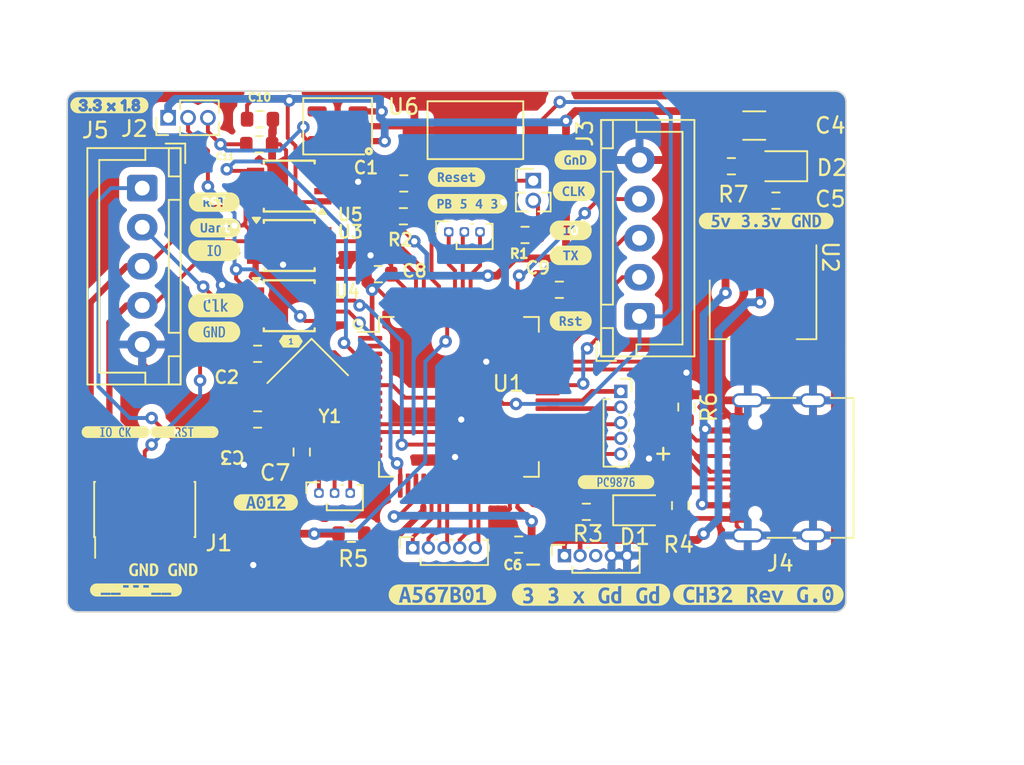
<source format=kicad_pcb>
(kicad_pcb (version 20240108) (generator "pcbnew") (generator_version "8.0")
  (layers (0 "F.Cu" signal) (31 "B.Cu" signal) (34 "B.Paste" user) (35 "F.Paste" user) (36 "B.SilkS" user "B.Silkscreen") (37 "F.SilkS" user "F.Silkscreen") (38 "B.Mask" user) (39 "F.Mask" user) (44 "Edge.Cuts" user))
  (net 0 "")
  (net 1 "+3.3V")
  (net 2 "SWIO_DIR_3V")
  (net 4 "Net-(U1-PF0)")
  (net 5 "Net-(U1-PF1)")
  (net 10 "GND")
  (net 11 "unconnected-(U1-PA0-Pad14)")
  (net 12 "unconnected-(U1-PA1-Pad15)")
  (net 13 "unconnected-(U1-PA2-Pad16)")
  (net 15 "unconnected-(U1-PA5-Pad21)")
  (net 16 "unconnected-(U1-PA6-Pad22)")
  (net 17 "unconnected-(U1-PA7-Pad23)")
  (net 20 "unconnected-(U1-PB0-Pad26)")
  (net 21 "unconnected-(U1-PB1-Pad27)")
  (net 23 "OUT_UART_TX")
  (net 24 "OUT_UART_RX")
  (net 26 "unconnected-(U1-PB15-Pad36)")
  (net 27 "unconnected-(U1-PC6-Pad37)")
  (net 28 "unconnected-(U1-PC7-Pad38)")
  (net 29 "unconnected-(U1-PC8-Pad39)")
  (net 30 "unconnected-(U1-PC9-Pad40)")
  (net 32 "UART_TX")
  (net 34 "D-")
  (net 35 "D+")
  (net 36 "SWDIO")
  (net 37 "SWDCLK")
  (net 43 "unconnected-(U1-PB3-Pad55)")
  (net 44 "unconnected-(U1-PB4-Pad56)")
  (net 45 "unconnected-(U1-PB5-Pad57)")
  (net 46 "INOUT_NRESET")
  (net 47 "OUT_SWDIO")
  (net 48 "OUT_SWDCLK")
  (net 49 "Net-(D1-K)")
  (net 50 "IN_FORCE_DFU")
  (net 52 "Net-(U2-VI)")
  (net 53 "Net-(J4-CC2)")
  (net 54 "Net-(J4-CC1)")
  (net 56 "NRESET")
  (net 62 "Net-(U1-PA4)")
  (net 63 "INOUT_SWO")
  (net 64 "Net-(D2-A)")
  (net 65 "Net-(J2_DFU1-Pin_2)")
  (net 66 "Net-(U1-PB13)")
  (net 68 "OUT_UART_RX_3V")
  (net 69 "INOUT_SWO_3v")
  (net 70 "VTREF")
  (net 71 "OUT_SWDIO_3V")
  (net 73 "OUT_SWDCLK_3V")
  (net 78 "V1.8")
  (footprint "kibuzzard-66C04372" (layer "F.Cu") (at 112.9 97.5)
    (property "Reference" "kibuzzard-66C04372" (hide yes))
    (property "Value" "G***" (hide yes))
  )
  (footprint "Resistor_SMD:R_0603_1608Metric" (layer "F.Cu") (at 117.780025 70.294975)
    (property "Reference" "C11")
    (property "Value" "100n")
  )
  (footprint "Connector_PinHeader_1.27mm:PinHeader_1x03_P1.27mm_Vertical" (layer "F.Cu") (at 111.96 68.6 90)
    (property "Reference" "J2")
    (property "Value" "Conn_01x03_Socket")
  )
  (footprint "kibuzzard-6731071F" (layer "F.Cu") (at 114.905025 82.294975)
    (property "Reference" "kibuzzard-6731071F" (hide yes))
    (property "Value" "G***" (hide yes))
  )
  (footprint "Connector_PinHeader_1.27mm:PinHeader_1x02_P1.27mm_Vertical" (layer "F.Cu") (at 135.305025 72.624975)
    (property "Reference" "J2_DFU1" (hide yes))
    (property "Value" "con2")
  )
  (footprint "kibuzzard-6713DC16" (layer "F.Cu") (at 113 88.7)
    (property "Reference" "kibuzzard-6713DC16" (hide yes))
    (property "Value" "G***" (hide yes))
  )
  (footprint "Resistor_SMD:R_0603_1608Metric" (layer "F.Cu") (at 138.7 93.8 180)
    (property "Reference" "R3")
    (property "Value" "330")
  )
  (footprint "Resistor_SMD:R_0603_1608Metric" (layer "F.Cu") (at 150.825 73.9)
    (property "Reference" "C5")
    (property "Value" "100n")
  )
  (footprint "Connector_PinSocket_1.00mm:PinSocket_1x05_P1.00mm_Vertical" (layer "F.Cu") (at 137.3 96.6 90)
    (property "Reference" "-")
    (property "Value" "PinSocket_1x05_P1.00mm_Vertical")
  )
  (footprint "kibuzzard-6731069B" (layer "F.Cu") (at 115.005025 80.594975)
    (property "Reference" "kibuzzard-6731069B" (hide yes))
    (property "Value" "G***" (hide yes))
  )
  (footprint "Resistor_SMD:R_0603_1608Metric" (layer "F.Cu") (at 134.375 95.9 180)
    (property "Reference" "C6")
    (property "Value" "100n")
  )
  (footprint "Resistor_SMD:R_0603_1608Metric" (layer "F.Cu") (at 134.780025 76.094975 180)
    (property "Reference" "R1")
    (property "Value" "1k")
  )
  (footprint "Button_Switch_SMD:SW_SPST_CK_RS282G05A3" (layer "F.Cu") (at 131.605025 69.394975 180)
    (property "Reference" "RST1" (hide yes))
    (property "Value" "SW_DIP_x01")
  )
  (footprint "Resistor_SMD:R_0603_1608Metric" (layer "F.Cu") (at 120.5 89.975 90)
    (property "Reference" "C7")
    (property "Value" "100n")
  )
  (footprint "kibuzzard-67135D9A" (layer "F.Cu") (at 118.2 93.2)
    (property "Reference" "kibuzzard-67135D9A" (hide yes))
    (property "Value" "G***" (hide yes))
  )
  (footprint "kibuzzard-65C1C8EE" (layer "F.Cu") (at 137.9 73.3)
    (property "Reference" "kibuzzard-65C1C8EE" (hide yes))
    (property "Value" "G***" (hide yes))
  )
  (footprint "Diode_SMD:D_0805_2012Metric" (layer "F.Cu") (at 151.1375 71.7 180)
    (property "Reference" "D2")
    (property "Value" "LED")
  )
  (footprint "Package_TO_SOT_SMD:SOT-223" (layer "F.Cu") (at 150 80.85 -90)
    (property "Reference" "U2")
    (property "Value" "LM1117-3.3")
  )
  (footprint "Package_SO:TSSOP-8_3x3mm_P0.65mm" (layer "F.Cu") (at 119.7 72.969975 180)
    (property "Reference" "U5")
    (property "Value" "VTREF<->3V")
  )
  (footprint "Resistor_SMD:R_0603_1608Metric" (layer "F.Cu") (at 147.975 71.7)
    (property "Reference" "R7")
    (property "Value" "330")
  )
  (footprint "Resistor_SMD:R_0603_1608Metric" (layer "F.Cu") (at 145.1 87.1 -90)
    (property "Reference" "R6")
    (property "Value" "5.1k")
  )
  (footprint "Resistor_SMD:R_0603_1608Metric" (layer "F.Cu") (at 127.025 72.8 180)
    (property "Reference" "C1")
    (property "Value" "100n")
  )
  (footprint "kibuzzard-65C1C9D7" (layer "F.Cu") (at 130.405025 72.4)
    (property "Reference" "kibuzzard-65C1C9D7" (hide yes))
    (property "Value" "G***" (hide yes))
  )
  (footprint "kibuzzard-6713DC2E" (layer "F.Cu") (at 108.6 88.7)
    (property "Reference" "kibuzzard-6713DC2E" (hide yes))
    (property "Value" "G***" (hide yes))
  )
  (footprint "Diode_SMD:D_0805_2012Metric" (layer "F.Cu") (at 142.1 93.7)
    (property "Reference" "D1")
    (property "Value" "LED")
  )
  (footprint "Connector_PinSocket_1.00mm:PinSocket_1x05_P1.00mm_Vertical" (layer "F.Cu") (at 127.6 96.1 90)
    (property "Reference" "PA4567" (hide yes))
    (property "Value" "PinSocket_1x05_P1.00mm_Vertical")
  )
  (footprint "Connector_PinSocket_1.00mm:PinSocket_1x05_P1.00mm_Vertical" (layer "F.Cu") (at 140.9 86.1)
    (property "Reference" "x2" (hide yes))
    (property "Value" "PinSocket_1x05_P1.00mm_Vertical")
  )
  (footprint "Capacitor_SMD:C_1206_3216Metric_Pad1.33x1.80mm_HandSolder" (layer "F.Cu") (at 149.4375 69.1)
    (property "Reference" "C4")
    (property "Value" "100u")
  )
  (footprint "kibuzzard-671361D3" (layer "F.Cu") (at 119.805025 82.894975)
    (property "Reference" "kibuzzard-671361D3" (hide yes))
    (property "Value" "G***" (hide yes))
  )
  (footprint "Connector_PinSocket_1.00mm:PinSocket_1x03_P1.00mm_Vertical" (layer "F.Cu") (at 121.6 92.6 90)
    (property "Reference" "x" (hide yes))
    (property "Value" "PinSocket_1x03_P1.00mm_Vertical")
  )
  (footprint "Resistor_SMD:R_0603_1608Metric" (layer "F.Cu") (at 125.4 78.6)
    (property "Reference" "C8")
    (property "Value" "100n")
  )
  (footprint "kibuzzard-6714FD4B" (layer "F.Cu") (at 139 99.1)
    (property "Reference" "kibuzzard-6714FD4B" (hide yes))
    (property "Value" "G***" (hide yes))
  )
  (footprint "kibuzzard-65C1C972" (layer "F.Cu") (at 137.7 81.6)
    (property "Reference" "kibuzzard-65C1C972" (hide yes))
    (property "Value" "G***" (hide yes))
  )
  (footprint "Package_SO:TSSOP-8_3x3mm_P0.65mm" (layer "F.Cu") (at 119.7 80.619975)
    (property "Reference" "U4")
    (property "Value" "VTREF->3V")
  )
  (footprint "kibuzzard-67135DB6" (layer "F.Cu") (at 109.9 98.8)
    (property "Reference" "kibuzzard-67135DB6" (hide yes))
    (property "Value" "G***" (hide yes))
  )
  (footprint "kibuzzard-65C1C789" (layer "F.Cu") (at 138 71.3)
    (property "Reference" "kibuzzard-65C1C789" (hide yes))
    (property "Value" "G***" (hide yes))
  )
  (footprint "Resistor_SMD:R_0603_1608Metric" (layer "F.Cu") (at 144.7 93.4 90)
    (property "Reference" "R4")
    (property "Value" "5.1k")
  )
  (footprint "Resistor_SMD:R_0603_1608Metric" (layer "F.Cu") (at 127 74.9)
    (property "Reference" "R2")
    (property "Value" "10k")
  )
  (footprint "Resistor_SMD:R_0603_1608Metric" (layer "F.Cu") (at 117.680025 87.894975 180)
    (property "Reference" "C3")
    (property "Value" "22pf")
  )
  (footprint "kibuzzard-67135D50" (layer "F.Cu") (at 150.2 75.2)
    (property "Reference" "kibuzzard-67135D50" (hide yes))
    (property "Value" "G***" (hide yes))
  )
  (footprint "kibuzzard-65C1C918" (layer "F.Cu") (at 137.7 75.8)
    (property "Reference" "kibuzzard-65C1C918" (hide yes))
    (property "Value" "G***" (hide yes))
  )
  (footprint "footprints:Crystal_SMD_TXC_7M-4Pin_3.2x2.5mm_45deg" (layer "F.Cu") (at 120.881802 85.316117 180)
    (property "Reference" "Y1")
    (property "Value" "8Mhz")
  )
  (footprint "Connector_USB:USB_C_Receptacle_Palconn_UTC16-G" (layer "F.Cu") (at 150.95 90.99 90)
    (property "Reference" "J4")
    (property "Value" "USB")
  )
  (footprint "kibuzzard-66C0437E" (layer "F.Cu") (at 110.4 97.5)
    (property "Reference" "kibuzzard-66C0437E" (hide yes))
    (property "Value" "G***" (hide yes))
  )
  (footprint "kibuzzard-6714FD63" (layer "F.Cu") (at 149.7 99.1)
    (property "Reference" "kibuzzard-6714FD63" (hide yes))
    (property "Value" "G***" (hide yes))
  )
  (footprint "kibuzzard-6714FD27" (layer "F.Cu") (at 129.5 99.1)
    (property "Reference" "kibuzzard-6714FD27" (hide yes))
    (property "Value" "G***" (hide yes))
  )
  (footprint "Resistor_SMD:R_0603_1608Metric" (layer "F.Cu") (at 136.975 79.6 180)
    (property "Reference" "C9")
    (property "Value" "100n")
  )
  (footprint "Connector_JST:JST_XH_B5B-XH-A_1x05_P2.50mm_Vertical" (layer "F.Cu") (at 110.3 73.1 -90)
    (property "Reference" "J5")
    (property "Value" "Debug port")
  )
  (footprint "PCM_Package_TO_SOT_SMD_AKL:TSOT-23-5" (layer "F.Cu") (at 122.795025 69.144975 180)
    (property "Reference" "U6")
    (property "Value" "RT9013-33GB" (hide yes))
  )
  (footprint "kibuzzard-67137B7B" (layer "F.Cu") (at 114.977111 75.640397)
    (property "Reference" "kibuzzard-67137B7B" (hide yes))
    (property "Value" "G***" (hide yes))
  )
  (footprint "kibuzzard-65C1C92F" (layer "F.Cu") (at 137.7 77.4)
    (property "Reference" "kibuzzard-65C1C92F" (hide yes))
    (property "Value" "G***" (hide yes))
  )
  (footprint "Resistor_SMD:R_0603_1608Metric" (layer "F.Cu") (at 117.680025 83.694975 180)
    (property "Reference" "C2")
    (property "Value" "22pf")
  )
  (footprint "Resistor_SMD:R_0603_1608Metric" (layer "F.Cu") (at 123.675 95.2)
    (property "Reference" "R5")
    (property "Value" "1k")
  )
  (footprint "Package_QFP:LQFP-64_10x10mm_P0.5mm" (layer "F.Cu") (at 130.55 86.45)
    (property "Reference" "U1")
    (property "Value" "CH32V303RCT6")
  )
  (footprint "kibuzzard-67137B47" (layer "F.Cu") (at 114.905025 73.994975)
    (property "Reference" "kibuzzard-67137B47" (hide yes))
    (property "Value" "G***" (hide yes))
  )
  (footprint "kibuzzard-6713D043" (layer "F.Cu") (at 140.6 91.9)
    (property "Reference" "kibuzzard-6713D043" (hide yes))
    (property "Value" "G***" (hide yes))
  )
  (footprint "kibuzzard-65D8420C" (layer "F.Cu") (at 131.1 74.1)
    (property "Reference" "kibuzzard-65D8420C" (hide yes))
    (property "Value" "G***" (hide yes))
  )
  (footprint "Connector_PinHeader_1.27mm:PinHeader_2x05_P1.27mm_Vertical_SMD" (layer "F.Cu") (at 110.46 93.65 90)
    (property "Reference" "J1")
    (property "Value" "jtag")
  )
  (footprint "Resistor_SMD:R_0603_1608Metric" (layer "F.Cu") (at 117.830025 68.694975)
    (property "Reference" "C10")
    (property "Value" "100n")
  )
  (footprint "Connector_PinSocket_1.00mm:PinSocket_1x03_P1.00mm_Vertical" (layer "F.Cu") (at 129.9 75.9 90)
    (property "Reference" "PB567" (hide yes))
    (property "Value" "PIN1X3")
  )
  (footprint "Connector_JST:JST_XH_B5B-XH-A_1x05_P2.50mm_Vertical" (layer "F.Cu") (at 142.1 81.3 90)
    (property "Reference" "J3")
    (property "Value" "Dbg")
  )
  (footprint "kibuzzard-6714FCCA" (layer "F.Cu") (at 108.2 67.8)
    (property "Reference" "kibuzzard-6714FCCA" (hide yes))
    (property "Value" "G***" (hide yes))
  )
  (footprint "kibuzzard-67310708" (layer "F.Cu") (at 114.905025 77.094975)
    (property "Reference" "kibuzzard-67310708" (hide yes))
    (property "Value" "G***" (hide yes))
  )
  (footprint "Package_SO:TSSOP-8_3x3mm_P0.65mm" (layer "F.Cu") (at 119.7 76.769975)
    (property "Reference" "U3")
    (property "Value" "3V->VTREF")
  )
  (gr_circle (center 124.1 81.8) (end 123.9 81.6) (stroke (width 0.15)) (fill none) (layer "F.SilkS"))
  (gr_line (start 106.205026 100.199999) (end 154.599999 100.199999) (stroke (width 0.1)) (layer "Edge.Cuts"))
  (gr_line (start 105.5 67.594975) (end 105.505026 99.499999) (stroke (width 0.1)) (layer "Edge.Cuts"))
  (gr_arc (start 154.605025 66.894975) (mid 155.1 67.1) (end 155.305025 67.594975) (stroke (width 0.1)) (layer "Edge.Cuts"))
  (gr_line (start 154.605025 66.894975) (end 106.2 66.894975) (stroke (width 0.1)) (layer "Edge.Cuts"))
  (gr_arc (start 106.205026 100.199999) (mid 105.710051 99.994974) (end 105.505026 99.499999) (stroke (width 0.1)) (layer "Edge.Cuts"))
  (gr_arc (start 155.299999 99.499999) (mid 155.094974 99.994974) (end 154.599999 100.199999) (stroke (width 0.1)) (layer "Edge.Cuts"))
  (gr_line (start 155.299999 99.499999) (end 155.305025 67.594975) (stroke (width 0.1)) (layer "Edge.Cuts"))
  (gr_arc (start 105.5 67.594975) (mid 105.705033 67.100008) (end 106.2 66.894975) (stroke (width 0.1)) (layer "Edge.Cuts"))
  (gr_text "+" (at 142.9 90.6 0) (layer "F.SilkS") (effects (font (size 1 1)) (justify left bottom)))
  (segment (start 146.45 69.175) (end 145.45 68.175) (width 0.5) (layer "F.Cu") (net 1))
  (segment (start 119.605025 67.594975) (end 119.605025 69.894975) (width 0.25) (layer "F.Cu") (net 1))
  (segment (start 134.3 93.5) (end 134.3 91.091312) (width 0.25) (layer "F.Cu") (net 1))
  (segment (start 125 82.575) (end 124.875 82.7) (width 0.3) (layer "F.Cu") (net 1))
  (segment (start 121.2 90.8) (end 120.7 90.8) (width 0.25) (layer "F.Cu") (net 1))
  (segment (start 137.8 79.6) (end 137.8 82.164) (width 0.25) (layer "F.Cu") (net 1))
  (segment (start 120.755025 79.644975) (end 120.105025 78.994975) (width 0.25) (layer "F.Cu") (net 1))
  (segment (start 137.4 71.325) (end 137.4 68.8) (width 0.5) (layer "F.Cu") (net 1))
  (segment (start 124.8 78.825) (end 125 79.025) (width 0.3) (layer "F.Cu") (net 1))
  (segment (start 126.175 74.975) (end 127.7 76.5) (width 0.25) (layer "F.Cu") (net 1))
  (segment (start 134.105025 77.594975) (end 133 78.7) (width 0.5) (layer "F.Cu") (net 1))
  (segment (start 137.4 79.2) (end 137.4 71.4925) (width 0.5) (layer "F.Cu") (net 1))
  (segment (start 120.105025 70.394975) (end 120.1 70.4) (width 0.25) (layer "F.Cu") (net 1))
  (segment (start 124.275 78.9) (end 124.575 78.6) (width 0.25) (layer "F.Cu") (net 1))
  (segment (start 134 90.779312) (end 134 90.3) (width 0.25) (layer "F.Cu") (net 1))
  (segment (start 134.105025 77.594975) (end 137.305025 77.594975) (width 0.5) (layer "F.Cu") (net 1))
  (segment (start 133 78.7) (end 132.4 78.7) (width 0.5) (layer "F.Cu") (net 1))
  (segment (start 137.8 82.164) (end 137.267 82.697) (width 0.25) (layer "F.Cu") (net 1))
  (segment (start 119.705025 67.494975) (end 119.605025 67.594975) (width 0.25) (layer "F.Cu") (net 1))
  (segment (start 137.267 82.697) (end 136.231 82.697) (width 0.25) (layer "F.Cu") (net 1))
  (segment (start 145.8 95.6) (end 146.2 95.2) (width 0.5) (layer "F.Cu") (net 1))
  (segment (start 146.45 69.2) (end 147.475 69.2) (width 0.5) (layer "F.Cu") (net 1))
  (segment (start 146.4 72.775) (end 149.6 75.975) (width 0.5) (layer "F.Cu") (net 1))
  (segment (start 126.667764 94.1) (end 126.4 94.1) (width 0.25) (layer "F.Cu") (net 1))
  (segment (start 135.5 95.6) (end 145.8 95.6) (width 0.5) (layer "F.Cu") (net 1))
  (segment (start 137.8 79.6) (end 137.4 79.2) (width 0.5) (layer "F.Cu") (net 1))
  (segment (start 137.4 68.780025) (end 138.005025 68.175) (width 0.5) (layer "F.Cu") (net 1))
  (segment (start 124.105025 70.094975) (end 125.805025 70.094975) (width 0.4) (layer "F.Cu") (net 1))
  (segment (start 117.005025 67.794975) (end 117.305025 67.494975) (width 0.25) (layer "F.Cu") (net 1))
  (segment (start 146.4 71.7) (end 147.15 71.7) (width 0.5) (layer "F.Cu") (net 1))
  (segment (start 126.8 80.775) (end 126.575 80.775) (width 0.25) (layer "F.Cu") (net 1))
  (segment (start 148.2 74.575) (end 148.875 73.9) (width 0.25) (layer "F.Cu") (net 1))
  (segment (start 120.1 73.994975) (end 121.302512 73.994975) (width 0.25) (layer "F.Cu") (net 1))
  (segment (start 146.4 71.7) (end 146.4 69.15) (width 0.5) (layer "F.Cu") (net 1))
  (segment (start 135.2 95.9) (end 135.5 95.6) (width 0.5) (layer "F.Cu") (net 1))
  (segment (start 148.875 73.9) (end 150 73.9) (width 0.25) (layer "F.Cu") (net 1))
  (segment (start 125.605025 68.194975) (end 124.105025 68.194975) (width 0.4) (layer "F.Cu") (net 1))
  (segment (start 134.306 91.085312) (end 134 90.779312) (width 0.25) (layer "F.Cu") (net 1))
  (segment (start 125 79.6) (end 124.575 79.175) (width 0.5) (layer "F.Cu") (net 1))
  (segment (start 132.372 88.697) (end 124.881 88.697) (width 0.25) (layer "F.Cu") (net 1))
  (segment (start 120.1 79) (end 120.2 78.9) (width 0.25) (layer "F.Cu") (net 1))
  (segment (start 124.575 79.175) (end 124.575 78.6) (width 0.5) (layer "F.Cu") (net 1))
  (segment (start 127.8 92.125) (end 127.8 92.967764) (width 0.25) (layer "F.Cu") (net 1))
  (segment (start 123.3 88.7) (end 121.2 90.8) (width 0.25) (layer "F.Cu") (net 1))
  (segment (start 149.8 80.4) (end 149.8 77.9) (width 0.5) (layer "F.Cu") (net 1))
  (segment (start 126.575 80.775) (end 124.825 79.025) (width 0.25) (layer "F.Cu") (net 1))
  (segment (start 121.85 79.644975) (end 120.755025 79.644975) (width 0.25) (layer "F.Cu") (net 1))
  (segment (start 137.41 71.425) (end 137.435 71.4) (width 0.25) (layer "F.Cu") (net 1))
  (segment (start 138.3 96.7) (end 138.3 95.902) (width 0.3) (layer "F.Cu") (net 1))
  (segment (start 127.8 92.967764) (end 126.667764 94.1) (width 0.25) (layer "F.Cu") (net 1))
  (segment (start 125 79.025) (end 125 82.575) (width 0.3) (layer "F.Cu") (net 1))
  (segment (start 120.2 78.9) (end 124.275 78.9) (width 0.25) (layer "F.Cu") (net 1))
  (segment (start 117.005025 68.694975) (end 117.005025 67.794975) (width 0.25) (layer "F.Cu") (net 1))
  (segment (start 120.1 70.4) (end 120.1 79) (width 0.25) (layer "F.Cu") (net 1))
  (segment (start 133.975 90.3) (end 132.372 88.697) (width 0.25) (layer "F.Cu") (net 1))
  (segment (start 145.45 68.175) (end 138.005025 68.175) (width 0.5) (layer "F.Cu") (net 1))
  (segment (start 124.825 79.025) (end 124.825 78.8) (width 0.25) (layer "F.Cu") (net 1))
  (segment (start 137.3 96.7) (end 137.3 95.8) (width 0.3) (layer "F.Cu") (net 1))
  (segment (start 117.305025 67.494975) (end 119.705025 67.494975) (width 0.25) (layer "F.Cu") (net 1))
  (segment (start 143 95.802) (end 143 93.7375) (width 0.25) (layer "F.Cu") (net 1))
  (segment (start 146.4 69.15) (end 146.45 69.2) (width 0.5) (layer "F.Cu") (net 1))
  (segment (start 137.3 95.8) (end 137.1 95.6) (width 0.4) (layer "F.Cu") (net 1))
  (segment (start 149.6 75.975) (end 149.6 76.9) (width 0.5) (layer "F.Cu") (net 1))
  (segment (start 134.306 93.506) (end 134.3 93.5) (width 0.3) (layer "F.Cu") (net 1))
  (segment (start 146.4 71.675) (end 146.4 72.775) (width 0.5) (layer "F.Cu") (net 1))
  (segment (start 135.2 94.4) (end 134.306 93.506) (width 0.3) (layer "F.Cu") (net 1))
  (segment (start 135.2 94.4) (end 135.2 95.9) (width 0.5) (layer "F.Cu") (net 1))
  (segment (start 119.605025 69.894975) (end 120.105025 70.394975) (width 0.25) (layer "F.Cu") (net 1))
  (segment (start 137.4 68.8) (end 137.4 68.780025) (width 0.5) (layer "F.Cu") (net 1))
  (segment (start 121.852512 75.794975) (end 120.157537 75.794975) (width 0.25) (layer "F.Cu") (net 1))
  (segment (start 124.875 88.7) (end 123.3 88.7) (width 0.25) (layer "F.Cu") (net 1))
  (via (at 119.705025 67.494975) (size 0.8) (drill 0.4) (layers "F.Cu" "B.Cu") (net 1))
  (via (at 126.4 94.1) (size 0.8) (drill 0.4) (layers "F.Cu" "B.Cu") (net 1))
  (via (at 149.8 80.4) (size 0.8) (drill 0.4) (layers "F.Cu" "B.Cu") (net 1))
  (via (at 125.805025 70.094975) (size 0.8) (drill 0.4) (layers "F.Cu" "B.Cu") (net 1))
  (via (at 137.4 68.8) (size 0.8) (drill 0.4) (layers "F.Cu" "B.Cu") (net 1))
  (via (at 146.2 95.2) (size 0.8) (drill 0.4) (layers "F.Cu" "B.Cu") (net 1))
  (via (at 125.605025 68.194975) (size 0.8) (drill 0.4) (layers "F.Cu" "B.Cu") (net 1))
  (via (at 127.7 76.5) (size 0.8) (drill 0.4) (layers "F.Cu" "B.Cu") (net 1))
  (via (at 125 79.6) (size 0.8) (drill 0.4) (layers "F.Cu" "B.Cu") (net 1))
  (via (at 135.2 94.4) (size 0.8) (drill 0.4) (layers "F.Cu" "B.Cu") (net 1))
  (via (at 132.4 78.7) (size 0.8) (drill 0.4) (layers "F.Cu" "B.Cu") (net 1))
  (segment (start 125.805025 68.894975) (end 125.505025 68.594975) (width 0.5) (layer "B.Cu") (net 1))
  (segment (start 128.5 77.3) (end 127.7 76.5) (width 0.3) (layer "B.Cu") (net 1))
  (segment (start 147.15 94.25) (end 147.15 82.25) (width 0.5) (layer "B.Cu") (net 1))
  (segment (start 137.305025 68.894975) (end 125.805025 68.894975) (width 0.5) (layer "B.Cu") (net 1))
  (segment (start 149 80.4) (end 149.8 80.4) (width 0.5) (layer "B.Cu") (net 1))
  (segment (start 126.4 94.1) (end 126.45 94.05) (width 0.5) (layer "B.Cu") (net 1))
  (segment (start 128.5 78.7) (end 128.5 77.3) (width 0.3) (layer "B.Cu") (net 1))
  (segment (start 112.405025 67.394975) (end 111.96 67.84) (width 0.5) (layer "B.Cu") (net 1))
  (segment (start 147.15 82.25) (end 149 80.4) (width 0.5) (layer "B.Cu") (net 1))
  (segment (start 137.4 68.8) (end 137.305025 68.894975) (width 0.5) (layer "B.Cu") (net 1))
  (segment (start 125.505025 68.594975) (end 125.505025 67.394975) (width 0.5) (layer "B.Cu") (net 1))
  (segment (start 111.96 67.84) (end 111.96 68.6) (width 0.5) (layer "B.Cu") (net 1))
  (segment (start 134.85 94.05) (end 135.2 94.4) (width 0.5) (layer "B.Cu") (net 1))
  (segment (start 126.45 94.05) (end 134.85 94.05) (width 0.5) (layer "B.Cu") (net 1))
  (segment (start 125 79.6) (end 125.9 78.7) (width 0.5) (layer "B.Cu") (net 1))
  (segment (start 146.2 95.2) (end 147.15 94.25) (width 0.5) (layer "B.Cu") (net 1))
  (segment (start 112.405025 67.394975) (end 125.505025 67.394975) (width 0.5) (layer "B.Cu") (net 1))
  (segment (start 125.805025 68.894975) (end 125.805025 70.094975) (width 0.5) (layer "B.Cu") (net 1))
  (segment (start 125.9 78.7) (end 132.4 78.7) (width 0.5) (layer "B.Cu") (net 1))
  (segment (start 124.875 83.7) (end 123.91005 83.7) (width 0.25) (layer "F.Cu") (net 2))
  (segment (start 115.705025 71.994975) (end 117.45 71.994975) (width 0.25) (layer "F.Cu") (net 2))
  (segment (start 123.91005 83.7) (end 123.205025 82.994975) (width 0.25) (layer "F.Cu") (net 2))
  (via (at 123.205025 82.994975) (size 0.8) (drill 0.4) (layers "F.Cu" "B.Cu") (net 2))
  (via (at 115.705025 71.894975) (size 0.8) (drill 0.4) (layers "F.Cu" "B.Cu") (net 2))
  (segment (start 123.2 83) (end 123.325 82.875) (width 0.25) (layer "B.Cu") (net 2))
  (segment (start 118.905025 71.394975) (end 116.205025 71.394975) (width 0.25) (layer "B.Cu") (net 2))
  (segment (start 123.325 75.81495) (end 118.905025 71.394975) (width 0.25) (layer "B.Cu") (net 2))
  (segment (start 123.325 82.875) (end 123.325 75.81495) (width 0.25) (layer "B.Cu") (net 2))
  (segment (start 116.205025 71.394975) (end 115.705025 71.894975) (width 0.25) (layer "B.Cu") (net 2))
  (segment (start 118.505025 83.694975) (end 120.816295 83.694975) (width 0.25) (layer "F.Cu") (net 4))
  (segment (start 123.71005 84.7) (end 122.605025 83.594975) (width 0.25) (layer "F.Cu") (net 4))
  (segment (start 124.875 84.7) (end 123.71005 84.7) (width 0.25) (layer "F.Cu") (net 4))
  (segment (start 122.605025 83.594975) (end 121.400863 83.594975) (width 0.25) (layer "F.Cu") (net 4))
  (segment (start 122.537261 86.694975) (end 120.705025 86.694975) (width 0.25) (layer "F.Cu") (net 5))
  (segment (start 119.505025 87.894975) (end 120.705025 86.694975) (width 0.25) (layer "F.Cu") (net 5))
  (segment (start 124.875 85.2) (end 124.032236 85.2) (width 0.25) (layer "F.Cu") (net 5))
  (segment (start 124.032236 85.2) (end 122.537261 86.694975) (width 0.25) (layer "F.Cu") (net 5))
  (segment (start 118.505025 87.894975) (end 119.505025 87.894975) (width 0.25) (layer "F.Cu") (net 5))
  (segment (start 133.955025 76.094975) (end 133.955025 74.555025) (width 0.25) (layer "F.Cu") (net 10))
  (segment (start 136.15 79.6) (end 135.3 80.45) (width 0.25) (layer "F.Cu") (net 10))
  (segment (start 115.4 98) (end 111.16 98) (width 0.5) (layer "F.Cu") (net 10))
  (segment (start 119.105025 77.794975) (end 119.305025 77.994975) (width 0.25) (layer "F.Cu") (net 10))
  (segment (start 133.9 82.6) (end 132.3 84.2) (width 0.5) (layer "F.Cu") (net 10))
  (segment (start 127.3 79.7) (end 126.4 78.8) (width 0.25) (layer "F.Cu") (net 10))
  (segment (start 133.806 92.122) (end 133.806 93.594) (width 0.25) (layer "F.Cu") (net 10))
  (segment (start 151.45 69.2) (end 152.4 69.2) (width 0.5) (layer "F.Cu") (net 10))
  (segment (start 117.4 97.2) (end 117.4 97.8) (width 0.5) (layer "F.Cu") (net 10))
  (segment (start 117.780025 77.794975) (end 119.105025 77.794975) (width 0.25) (layer "F.Cu") (net 10))
  (segment (start 153.11 86.66) (end 154.56 86.66) (width 0.25) (layer "F.Cu") (net 10))
  (segment (start 141.3 97.956) (end 141.344 98) (width 0.5) (layer "F.Cu") (net 10))
  (segment (start 115.605025 89.694975) (end 116.705025 90.794975) (width 0.5) (layer "F.Cu") (net 10))
  (segment (start 145.288 71.628) (end 145.288 84.712) (width 0.5) (layer "F.Cu") (net 10))
  (segment (start 116.855025 87.894975) (end 116.855025 90.844975) (width 0.5) (layer "F.Cu") (net 10))
  (segment (start 141.3 96.6) (end 141.3 97.956) (width 0.5) (layer "F.Cu") (net 10))
  (segment (start 110.3 83.54978) (end 110.3 84.4) (width 0.5) (layer "F.Cu") (net 10))
  (segment (start 119.670102 85.325736) (end 122.074264 85.325736) (width 0.25) (layer "F.Cu") (net 10))
  (segment (start 125.605025 77.394975) (end 126.225 78.01495) (width 0.25) (layer "F.Cu") (net 10))
  (segment (start 124.21005 72.8) (end 126.2 72.8) (width 0.25) (layer "F.Cu") (net 10))
  (segment (start 116.855025 85.594975) (end 116.957106 85.492894) (width 0.5) (layer "F.Cu") (net 10))
  (segment (start 148.31 94.18) (end 148.31 94.7) (width 0.25) (layer "F.Cu") (net 10))
  (segment (start 119.5 78.18995) (end 119.5 82.3) (width 0.25) (layer "F.Cu") (net 10))
  (segment (start 144.96 71.3) (end 145.288 71.628) (width 0.5) (layer "F.Cu") (net 10))
  (segment (start 148.31 87.78) (end 148.31 87.26) (width 0.25) (layer "F.Cu") (net 10))
  (segment (start 133.1 94.3) (end 133.1 98) (width 0.3) (layer "F.Cu") (net 10))
  (segment (start 145.225 85.025) (end 145.1 84.9) (width 0.25) (layer "F.Cu") (net 10))
  (segment (start 154.6 96.9) (end 154.6 95.3) (width 0.5) (layer "F.Cu") (net 10))
  (segment (start 118.655025 68.694975) (end 118.655025 70.244975) (width 0.25) (layer "F.Cu") (net 10))
  (segment (start 119.305025 77.994975) (end 119.5 78.18995) (width 0.25) (layer "F.Cu") (net 10))
  (segment (start 130.7 87.9) (end 130.4 88.2) (width 0.25) (layer "F.Cu") (net 10))
  (segment (start 124.894975 77.394975) (end 124.9 77.4) (width 0.25) (layer "F.Cu") (net 10))
  (segment (start 141.344 98) (end 153.5 98) (width 0.5) (layer "F.Cu") (net 10))
  (segment (start 142.1 71.3) (end 144.96 71.3) (width 0.5) (layer "F.Cu") (net 10))
  (segment (start 134.2 82.3) (end 134.6 82.3) (width 0.5) (layer "F.Cu") (net 10))
  (segment (start 154.6 95.3) (end 153.11 95.3) (width 0.5) (layer "F.Cu") (net 10))
  (segment (start 133.955025 74.555025) (end 133.4 74) (width 0.25) (layer "F.Cu") (net 10))
  (segment (start 122.168629 89.194975) (end 123.163604 88.2) (width 0.25) (layer "F.Cu") (net 10))
  (segment (start 154.6 84.2) (end 154.6 86.7) (width 0.5) (layer "F.Cu") (net 10))
  (segment (start 134.5 83.2) (end 136.225 83.2) (width 0.25) (layer "F.Cu") (net 10))
  (segment (start 113.5 98) (end 141.256 98) (width 0.5) (layer "F.Cu") (net 10))
  (segment (start 119.105025 82.694975) (end 117.105025 82.694975) (width 0.5) (layer "F.Cu") (net 10))
  (segment (start 152.5 71.7) (end 153.3 71.7) (width 0.4) (layer "F.Cu") (net 10))
  (segment (start 154.56 86.66) (end 154.6 86.7) (width 0.25) (layer "F.Cu") (net 10))
  (segment (start 116.855025 85.594975) (end 116.855025 87.894975) (width 0.5) (layer "F.Cu") (net 10))
  (segment (start 126.225 78.01495) (end 126.225 78.6) (width 0.25) (layer "F.Cu") (net 10))
  (segment (start 145.1 86.15) (end 145.1 85.15) (width 0.5) (layer "F.Cu") (net 10))
  (segment (start 127.3 80.775) (end 127.3 82.225) (width 0.25) (layer "F.Cu") (net 10))
  (segment (start 126.2 71.7) (end 127.705025 70.194975) (width 0.25) (layer "F.Cu") (net 10))
  (segment (start 130.4 88.2) (end 124.875 88.2) (width 0.25) (layer "F.Cu") (net 10))
  (segment (start 123.105025 77.394975) (end 124.894975 77.394975) (width 0.25) (layer "F.Cu") (net 10))
  (segment (start 152.4 69.2) (end 153.3 70.1) (width 0.5) (layer "F.Cu") (net 10))
  (segment (start 116.705025 90.794975) (end 116.805025 90.794975) (width 0.5) (layer "F.Cu") (net 10))
  (segment (start 132.2 84.1) (end 132.3 84.2) (width 0.5) (layer "F.Cu") (net 10))
  (segment (start 110.3 84.4) (end 115.55 89.65) (width 0.5) (layer "F.Cu") (net 10))
  (segment (start 151.9 73.9) (end 153.3 73.9) (width 0.25) (layer "F.Cu") (net 10))
  (segment (start 140.3 97.944) (end 140.3 96.9) (width 0.4) (layer "F.Cu") (net 10))
  (segment (start 122.705025 77.794975) (end 123.105025 77.394975) (width 0.25) (layer "F.Cu") (net 10))
  (segment (start 154.05 83.65) (end 154.6 84.2) (width 0.5) (layer "F.Cu") (net 10))
  (segment (start 117.55 81.594975) (end 119.45 81.594975) (width 0.25) (layer "F.Cu") (net 10))
  (segment (start 154.6 86.7) (end 154.6 95.3) (width 0.5) (layer "F.Cu") (net 10))
  (segment (start 127.455025 69.144975) (end 124.105025 69.144975) (width 0.4) (layer "F.Cu") (net 10))
  (segment (start 127.375 82.375) (end 129.1 84.1) (width 0.5) (layer "F.Cu") (net 10))
  (segment (start 154.05 79.45) (end 154.05 83.65) (width 0.5) (layer "F.Cu") (net 10))
  (segment (start 116.957106 85.492894) (end 119.502944 85.492894) (width 0.5) (layer "F.Cu") (net 10))
  (segment (start 119.5 70.68995) (end 119.5 77.8) (width 0.25) (layer "F.Cu") (net 10))
  (segment (start 135.3 81.6) (end 134.6 82.3) (width 0.25) (layer "F.Cu") (net 10))
  (segment (start 133.9 82.6) (end 134.5 83.2) (width 0.25) (layer "F.Cu") (net 10))
  (segment (start 123.405025 71.994975) (end 124.21005 72.8) (width 0.25) (layer "F.Cu") (net 10))
  (segment (start 148.31 87.26) (end 148.91 86.66) (width 0.25) (layer "F.Cu") (net 10))
  (segment (start 145.17 94.22) (end 145.075 94.125) (width 0.25) (layer "F.Cu") (net 10))
  (segment (start 133.806 93.594) (end 133.1 94.3) (width 0.3) (layer "F.Cu") (net 10))
  (segment (start 125.005025 77.394975) (end 125.605025 77.394975) (width 0.25) (layer "F.Cu") (net 10))
  (segment (start 148.91 86.66) (end 153.11 86.66) (width 0.25) (layer "F.Cu") (net 10))
  (segment (start 116.855025 82.944975) (end 116.855025 83.694975) (width 0.5) (layer "F.Cu") (net 10))
  (segment (start 118.605025 70.294975) (end 119.105025 70.294975) (width 0.25) (layer "F.Cu") (net 10))
  (segment (start 115.4 97.2) (end 113.8 95.6) (width 0.5) (layer "F.Cu") (net 10))
  (segment (start 111.16 98) (end 110.46 97.3) (width 0.5) (layer "F.Cu") (net 10))
  (segment (start 133.9 82.6) (end 134.2 82.3) (width 0.5) (layer "F.Cu") (net 10))
  (segment (start 127.705025 70.194975) (end 127.705025 69.394975) (width 0.25) (layer "F.Cu") (net 10))
  (segment (start 135.3 80.45) (end 135.3 81.6) (width 0.25) (layer "F.Cu") (net 10))
  (segment (start 127.3 80.775) (end 127.3 79.7) (width 0.25) (layer "F.Cu") (net 10))
  (segment (start 119.105025 70.294975) (end 119.5 70.68995) (width 0.25) (layer "F.Cu") (net 10))
  (segment (start 121.85 71.994975) (end 123.405025 71.994975) (width 0.25) (layer "F.Cu") (net 10))
  (segment (start 153.3 70.075) (end 153.3 76.175) (width 0.5) (layer "F.Cu") (net 10))
  (segment (start 153.3 76.175) (end 152.3 77.175) (width 0.5) (layer "F.Cu") (net 10))
  (segment (start 120.544975 89.194975) (end 122.168629 89.194975) (width 0.25) (layer "F.Cu") (net 10))
  (segment (start 119.5 77.8) (end 119.305025 77.994975) (width 0.25) (layer "F.Cu") (net 10))
  (segment (start 145.288 84.712) (end 145.1 84.9) (width 0.5) (layer "F.Cu") (net 10))
  (segment (start 148.31 94.7) (end 148.91 95.3) (width 0.25) (layer "F.Cu") (net 10))
  (segment (start 117.105025 82.694975) (end 116.855025 82.944975) (width 0.5) (layer "F.Cu") (net 10))
  (segment (start 153.5 98) (end 154.6 96.9) (width 0.5) (layer "F.Cu") (net 10))
  (segment (start 109.19 95.6) (end 110.46 95.6) (width 0.5) (layer "F.Cu") (net 10))
  (segment (start 129.1 84.1) (end 132.2 84.1) (width 0.5) (layer "F.Cu") (net 10))
  (segment (start 113.8 95.6) (end 113 95.6) (width 0.5) (layer "F.Cu") (net 10))
  (segment (start 148.91 95.3) (end 153.11 95.3) (width 0.25) (layer "F.Cu") (net 10))
  (segment (start 119.5 82.3) (end 119.105025 82.694975) (width 0.25) (layer "F.Cu") (net 10))
  (segment (start 152.3 77.7) (end 154.05 79.45) (width 0.5) (layer "F.Cu") (net 10))
  (segment (start 147.99 87.79) (end 146.6 86.4) (width 0.4) (layer "F.Cu") (net 10))
  (segment (start 121.85 77.794975) (end 122.705025 77.794975) (width 0.25) (layer "F.Cu") (net 10))
  (segment (start 148.3 94.22) (end 145.17 94.22) (width 0.3) (layer "F.Cu") (net 10))
  (segment (start 116.855025 83.694975) (end 116.855025 85.594975) (width 0.5) (layer "F.Cu") (net 10))
  (segment (start 115.4 98) (end 115.4 97.2) (width 0.5) (layer "F.Cu") (net 10))
  (segment (start 110.46 97.3) (end 110.46 95.6) (width 0.5) (layer "F.Cu") (net 10))
  (segment (start 127.375 82.3) (end 127.375 82.375) (width 0.5) (layer "F.Cu") (net 10))
  (segment (start 123.163604 88.2) (end 124.875 88.2) (width 0.25) (layer "F.Cu") (net 10))
  (segment (start 146.6 86.4) (end 145.35 86.4) (width 0.4) (layer "F.Cu") (net 10))
  (segment (start 126.2 73.1) (end 126.2 71.7) (width 0.25) (layer "F.Cu") (net 10))
  (via (at 145.1 84.9) (size 0.8) (drill 0.4) (layers "F.Cu" "B.Cu") (net 10))
  (via (at 133.4 74) (size 0.8) (drill 0.4) (layers "F.Cu" "B.Cu") (net 10))
  (via (at 132.3 84.2) (size 0.8) (drill 0.4) (layers "F.Cu" "B.Cu") (net 10))
  (via (at 115.405025 79.294975) (size 0.8) (drill 0.4) (layers "F.Cu" "B.Cu") (net 10))
  (via (at 130.7 87.9) (size 0.8) (drill 0.4) (layers "F.Cu" "B.Cu") (net 10))
  (via (at 117.4 97.2) (size 0.8) (drill 0.4) (layers "F.Cu" "B.Cu") (net 10))
  (via (at 130.305025 90.294975) (size 0.8) (drill 0.4) (layers "F.Cu" "B.Cu") (net 10))
  (via (at 124.9 77.4) (size 0.8) (drill 0.4) (layers "F.Cu" "B.Cu") (net 10))
  (via (at 142.705025 90.394975) (size 0.8) (drill 0.4) (layers "F.Cu" "B.Cu") (net 10))
  (via (at 124.105025 72.694975) (size 0.8) (drill 0.4) (layers "F.Cu" "B.Cu") (net 10))
  (via (at 119.305025 77.994975) (size 0.8) (drill 0.4) (layers "F.Cu" "B.Cu") (net 10))
  (via (at 116.805025 90.794975) (size 0.8) (drill 0.4) (layers "F.Cu" "B.Cu") (net 10))
  (segment (start 132.3 84.2) (end 132.3 84.15) (width 0.25) (layer "B.Cu") (net 10))
  (segment (start 132.35 84.2) (end 132.3 84.2) (width 0.25) (layer "B.Cu") (net 10))
  (segment (start 132.3 84.2) (end 132.3 87.8) (width 0.5) (layer "B.Cu") (net 10))
  (segment (start 117.4 91.38995) (end 117.4 97.2) (width 0.5) (layer "B.Cu") (net 10))
  (segment (start 132.3 84.2) (end 132.3 86.3) (width 0.25) (layer "B.Cu") (net 10))
  (segment (start 145.1 90.1) (end 145.1 84.9) (width 0.5) (layer "B.Cu") (net 10))
  (segment (start 132.3 84.2) (end 133.5 83) (width 0.5) (layer "B.Cu") (net 10))
  (segment (start 124.105025 72.694975) (end 125 73.58995) (width 0.25) (layer "B.Cu") (net 10))
  (segment (start 116.805025 90.794975) (end 117.4 91.38995) (width 0.5) (layer "B.Cu") (net 10))
  (segment (start 125 73.58995) (end 125 77.3) (width 0.25) (layer "B.Cu") (net 10))
  (segment (start 132.3 86.3) (end 130.8 87.8) (width 0.25) (layer "B.Cu") (net 10))
  (segment (start 132.3 87.8) (end 136.6 92.1) (width 0.5) (layer "B.Cu") (net 10))
  (segment (start 133.5 83) (end 133.5 74.1) (width 0.5) (layer "B.Cu") (net 10))
  (segment (start 143.1 92.1) (end 145.1 90.1) (width 0.5) (layer "B.Cu") (net 10))
  (segment (start 133.5 74.1) (end 133.4 74) (width 0.5) (layer "B.Cu") (net 10))
  (segment (start 132.3 84.15) (end 132.375 84.225) (width 0.25) (layer "B.Cu") (net 10))
  (segment (start 136.6 92.1) (end 143.1 92.1) (width 0.5) (layer "B.Cu") (net 10))
  (segment (start 124.875 89.2) (end 123.6 89.2) (width 0.25) (layer "F.Cu") (net 11))
  (segment (start 121.6 91.2) (end 121.6 92.6) (width 0.25) (layer "F.Cu") (net 11))
  (segment (start 123.6 89.2) (end 121.6 91.2) (width 0.25) (layer "F.Cu") (net 11))
  (segment (start 122.6 91.1) (end 122.6 92.6) (width 0.25) (layer "F.Cu") (net 12))
  (segment (start 124 89.7) (end 122.6 91.1) (width 0.25) (layer "F.Cu") (net 12))
  (segment (start 124.875 89.7) (end 124 89.7) (width 0.25) (layer "F.Cu") (net 12))
  (segment (start 123.6 91.4) (end 123.6 92.6) (width 0.25) (layer "F.Cu") (net 13))
  (segment (start 124.8 90.2) (end 123.6 91.4) (width 0.25) (layer "F.Cu") (net 13))
  (segment (start 127.6 95.425) (end 128.8 94.225) (width 0.25) (layer "F.Cu") (net 15))
  (segment (start 127.6 96.1) (end 127.6 95.425) (width 0.25) (layer "F.Cu") (net 15))
  (segment (start 128.8 94.225) (end 128.8 92.125) (width 0.25) (layer "F.Cu") (net 15))
  (segment (start 129.3 94.79896) (end 129.3 92.125) (width 0.25) (layer "F.Cu") (net 16))
  (segment (start 128.6 95.49896) (end 129.3 94.79896) (width 0.25) (layer "F.Cu") (net 16))
  (segment (start 128.6 96.1) (end 128.6 95.49896) (width 0.25) (layer "F.Cu") (net 16))
  (segment (start 129.8 95.9) (end 129.8 92.125) (width 0.25) (layer "F.Cu") (net 17))
  (segment (start 130.6 96.1) (end 130.6 95.6) (width 0.25) (layer "F.Cu") (net 20))
  (segment (start 131.3 94.9) (end 131.3 92.125) (width 0.25) (layer "F.Cu") (net 20))
  (segment (start 130.6 95.6) (end 131.3 94.9) (width 0.25) (layer "F.Cu") (net 20))
  (segment (start 131.8 95.9) (end 131.8 92.125) (width 0.25) (layer "F.Cu") (net 21))
  (segment (start 114.2 79.4) (end 115.094975 80.294975) (width 0.25) (layer "F.Cu") (net 24))
  (segment (start 117.805025 80.294975) (end 115.094975 80.294975) (width 0.25) (layer "F.Cu") (net 24))
  (via (at 114.2 79.4) (size 0.8) (drill 0.4) (layers "F.Cu" "B.Cu") (net 24))
  (segment (start 114.3 79.6) (end 110.3 75.6) (width 0.25) (layer "B.Cu") (net 24))
  (segment (start 136.225 88.7) (end 137.5 88.7) (width 0.25) (layer "F.Cu") (net 26))
  (segment (start 138.9 90.1) (end 140.9 90.1) (width 0.25) (layer "F.Cu") (net 26))
  (segment (start 137.5 88.7) (end 138.9 90.1) (width 0.25) (layer "F.Cu") (net 26))
  (segment (start 136.225 88.2) (end 138.3 88.2) (width 0.25) (layer "F.Cu") (net 27))
  (segment (start 139.2 89.1) (end 140.9 89.1) (width 0.25) (layer "F.Cu") (net 27))
  (segment (start 138.3 88.2) (end 139.2 89.1) (width 0.25) (layer "F.Cu") (net 27))
  (segment (start 136.225 87.7) (end 138.9 87.7) (width 0.25) (layer "F.Cu") (net 28))
  (segment (start 139.4 88.2) (end 140.8 88.2) (width 0.25) (layer "F.Cu") (net 28))
  (segment (start 138.9 87.7) (end 139.4 88.2) (width 0.25) (layer "F.Cu") (net 28))
  (segment (start 136.225 87.2) (end 140.8 87.2) (width 0.3) (layer "F.Cu") (net 29))
  (segment (start 136.225 86.7) (end 138.460661 86.7) (width 0.3) (layer "F.Cu") (net 30))
  (segment (start 139.060661 86.1) (end 140.9 86.1) (width 0.3) (layer "F.Cu") (net 30))
  (segment (start 138.460661 86.7) (end 139.060661 86.1) (width 0.3) (layer "F.Cu") (net 30))
  (segment (start 138.5 85.6) (end 138.4 85.7) (width 0.25) (layer "F.Cu") (net 32))
  (segment (start 138.74875 83.34875) (end 139.4 82.6975) (width 0.25) (layer "F.Cu") (net 32))
  (segment (start 138.4 85.7) (end 136.225 85.7) (width 0.25) (layer "F.Cu") (net 32))
  (segment (start 139.4 82.6975) (end 139.4 80.4) (width 0.25) (layer "F.Cu") (net 32))
  (segment (start 139.4 80.4) (end 141 78.8) (width 0.25) (layer "F.Cu") (net 32))
  (segment (start 141 78.8) (end 142.1 78.8) (width 0.25) (layer "F.Cu") (net 32))
  (via (at 138.74875 83.34875) (size 0.8) (drill 0.4) (layers "F.Cu" "B.Cu") (net 32))
  (via (at 138.5 85.6) (size 0.8) (drill 0.4) (layers "F.Cu" "B.Cu") (net 32))
  (segment (start 138.74875 83.34875) (end 138.5 83.5975) (width 0.25) (layer "B.Cu") (net 32))
  (segment (start 138.5 83.5975) (end 138.5 85.6) (width 0.25) (layer "B.Cu") (net 32))
  (segment (start 142.097 84.697) (end 136.231 84.697) (width 0.25) (layer "F.Cu") (net 34))
  (segment (start 143.55 86.15) (end 142.097 84.697) (width 0.25) (layer "F.Cu") (net 34))
  (segment (start 143.6 89) (end 146.33 91.73) (width 0.3) (layer "F.Cu") (net 34))
  (segment (start 143.6 86.2) (end 143.6 89) (width 0.3) (layer "F.Cu") (net 34))
  (segment (start 148.31 90.73) (end 149.83 90.73) (width 0.25) (layer "F.Cu") (net 34))
  (segment (start 150.2 91.5) (end 149.97 91.73) (width 0.3) (layer "F.Cu") (net 34))
  (segment (start 149.97 91.73) (end 146.33 91.73) (width 0.25) (layer "F.Cu") (net 34))
  (segment (start 150.2 91.1) (end 150.2 91.5) (width 0.3) (layer "F.Cu") (net 34))
  (segment (start 143.55 86.15) (end 143.6 86.2) (width 0.3) (layer "F.Cu") (net 34))
  (segment (start 149.83 90.73) (end 150.2 91.1) (width 0.3) (layer "F.Cu") (net 34))
  (segment (start 142.6 84.2) (end 142.6 84.197) (width 0.25) (layer "F.Cu") (net 35))
  (segment (start 144.2 85.8) (end 144.2 88.7) (width 0.3) (layer "F.Cu") (net 35))
  (segment (start 148.31 90.23) (end 145.73 90.23) (width 0.25) (layer "F.Cu") (net 35))
  (segment (start 145.73 90.33) (end 146.03 90.63) (width 0.3) (layer "F.Cu") (net 35))
  (segment (start 148.31 91.23) (end 146.63 91.23) (width 0.25) (layer "F.Cu") (net 35))
  (segment (start 146.63 91.23) (end 146.03 90.63) (width 0.3) (layer "F.Cu") (net 35))
  (segment (start 144.2 88.7) (end 145.73 90.23) (width 0.3) (layer "F.Cu") (net 35))
  (segment (start 142.6 84.197) (end 136.231 84.197) (width 0.25) (layer "F.Cu") (net 35))
  (segment (start 144.2 85.8) (end 142.6 84.2) (width 0.25) (layer "F.Cu") (net 35))
  (segment (start 145.73 90.23) (end 145.73 90.33) (width 0.2) (layer "F.Cu") (net 35))
  (segment (start 141.24 76.16) (end 142.414 76.16) (width 0.25) (layer "F.Cu") (net 36))
  (segment (start 138.6515 78.7485) (end 141.24 76.16) (width 0.25) (layer "F.Cu") (net 36))
  (segment (start 137.068685 83.697) (end 138.6515 82.114185) (width 0.25) (layer "F.Cu") (net 36))
  (segment (start 136.231 83.697) (end 137.068685 83.697) (width 0.25) (layer "F.Cu") (net 36))
  (segment (start 138.6515 82.114185) (end 138.6515 78.7485) (width 0.25) (layer "F.Cu") (net 36))
  (segment (start 134.306 80.772) (end 134.306 78.794) (width 0.25) (layer "F.Cu") (net 37))
  (segment (start 142.625 73.8) (end 139.5 73.8) (width 0.25) (layer "F.Cu") (net 37))
  (segment (start 139.5 73.8) (end 138.6 74.7) (width 0.25) (layer "F.Cu") (net 37))
  (segment (start 134.306 78.794) (end 134.4 78.7) (width 0.25) (layer "F.Cu") (net 37))
  (via (at 138.6 74.7) (size 0.8) (drill 0.4) (layers "F.Cu" "B.Cu") (net 37))
  (via (at 134.4 78.7) (size 0.8) (drill 0.4) (layers "F.Cu" "B.Cu") (net 37))
  (segment (start 138.6 74.7) (end 134.6 78.7) (width 0.25) (layer "B.Cu") (net 37))
  (segment (start 134.6 78.7) (end 134.4 78.7) (width 0.25) (layer "B.Cu") (net 37))
  (segment (start 131.3 78.648097) (end 131.9 78.048097) (width 0.25) (layer "F.Cu") (net 43))
  (segment (start 131.3 80.775) (end 131.3 78.648097) (width 0.25) (layer "F.Cu") (net 43))
  (segment (start 131.9 78.048097) (end 131.9 75.9) (width 0.25) (layer "F.Cu") (net 43))
  (segment (start 130.8 80.775) (end 130.8 76) (width 0.25) (layer "F.Cu") (net 44))
  (segment (start 130.3 78.375305) (end 129.9 77.975305) (width 0.25) (layer "F.Cu") (net 45))
  (segment (start 129.9 77.975305) (end 129.9 75.9) (width 0.25) (layer "F.Cu") (net 45))
  (segment (start 130.3 80.775) (end 130.3 78.375305) (width 0.25) (layer "F.Cu") (net 45))
  (segment (start 113 91.7) (end 113 89.9) (width 0.25) (layer "F.Cu") (net 46))
  (segment (start 121.3 95) (end 121.1 95.2) (width 0.4) (layer "F.Cu") (net 46))
  (segment (start 129.8 82.8) (end 129.7 82.9) (width 0.25) (layer "F.Cu") (net 46))
  (segment (start 113.62 91.7) (end 113 91.7) (width 0.5) (layer "F.Cu") (net 46))
  (segment (start 113 89.9) (end 110.9 87.8) (width 0.25) (layer "F.Cu") (net 46))
  (segment (start 122.85 95.2) (end 121.5 95.2) (width 0.5) (layer "F.Cu") (net 46))
  (segment (start 117.12 95.2) (end 113.62 91.7) (width 0.5) (layer "F.Cu") (net 46))
  (segment (start 121.3 95.2) (end 117.12 95.2) (width 0.5) (layer "F.Cu") (net 46))
  (segment (start 121.5 95.2) (end 121.3 95) (width 0.25) (layer "F.Cu") (net 46))
  (segment (start 129.8 80.775) (end 129.8 82.8) (width 0.25) (layer "F.Cu") (net 46))
  (via (at 110.9 87.8) (size 0.8) (drill 0.4) (layers "F.Cu" "B.Cu") (net 46))
  (via (at 129.7 82.9) (size 0.8) (drill 0.4) (layers "F.Cu" "B.Cu") (net 46))
  (via (at 121.3 95.2) (size 0.8) (drill 0.4) (layers "F.Cu" "B.Cu") (net 46))
  (segment (start 107.5 73.9) (end 108.3 73.1) (width 0.25) (layer "B.Cu") (net 46))
  (segment (start 109.5 87.8) (end 107.5 85.8) (width 0.25) (layer "B.Cu") (net 46))
  (segment (start 128.4 90.6) (end 128.4 84.2) (width 0.25) (layer "B.Cu") (net 46))
  (segment (start 124 95) (end 128.4 90.6) (width 0.25) (layer "B.Cu") (net 46))
  (segment (start 107.5 85.8) (end 107.5 73.9) (width 0.25) (layer "B.Cu") (net 46))
  (segment (start 110.9 87.8) (end 109.5 87.8) (width 0.25) (layer "B.Cu") (net 46))
  (segment (start 121.3 95) (end 124 95) (width 0.25) (layer "B.Cu") (net 46))
  (segment (start 108.3 73.1) (end 110.3 73.1) (width 0.25) (layer "B.Cu") (net 46))
  (segment (start 128.4 84.2) (end 129.7 82.9) (width 0.25) (layer "B.Cu") (net 46))
  (segment (start 115.605025 74.294975) (end 116.605025 73.294975) (width 0.25) (layer "F.Cu") (net 47))
  (segment (start 109.3 78.1) (end 107 80.4) (width 0.4) (layer "F.Cu") (net 47))
  (segment (start 116.605025 73.294975) (end 117.55 73.294975) (width 0.25) (layer "F.Cu") (net 47))
  (segment (start 107 80.4) (end 107 90.78) (width 0.4) (layer "F.Cu") (net 47))
  (segment (start 110.3 78.1) (end 109.3 78.1) (width 0.4) (layer "F.Cu") (net 47))
  (segment (start 110.6 78.1) (end 114.405025 74.294975) (width 0.25) (layer "F.Cu") (net 47))
  (segment (start 107 90.78) (end 107.92 91.7) (width 0.4) (layer "F.Cu") (net 47))
  (segment (start 114.405025 74.294975) (end 115.605025 74.294975) (width 0.25) (layer "F.Cu") (net 47))
  (segment (start 108.2 81.7) (end 108.2 88.3) (width 0.4) (layer "F.Cu") (net 48))
  (segment (start 111 80.6) (end 115.082538 76.517462) (width 0.25) (layer "F.Cu") (net 48))
  (segment (start 115.082538 76.494975) (end 117.605025 76.494975) (width 0.25) (layer "F.Cu") (net 48))
  (segment (start 109.3 80.6) (end 108.2 81.7) (width 0.4) (layer "F.Cu") (net 48))
  (segment (start 109.19 89.29) (end 109.19 91.7) (width 0.4) (layer "F.Cu") (net 48))
  (segment (start 115.082538 76.517462) (end 115.082538 76.494975) (width 0.25) (layer "F.Cu") (net 48))
  (segment (start 110.3 80.6) (end 109.3 80.6) (width 0.25) (layer "F.Cu") (net 48))
  (segment (start 108.2 88.3) (end 109.19 89.29) (width 0.4) (layer "F.Cu") (net 48))
  (segment (start 139.525 93.8) (end 141.3625 93.8) (width 0.25) (layer "F.Cu") (net 49))
  (segment (start 132.875025 72.624975) (end 135.305025 72.624975) (width 0.25) (layer "F.Cu") (net 50))
  (segment (start 128.8 74.4) (end 130.1 73.1) (width 0.25) (layer "F.Cu") (net 50))
  (segment (start 130.1 73.1) (end 132.4 73.1) (width 0.25) (layer "F.Cu") (net 50))
  (segment (start 128.8 78.9) (end 128.8 74.4) (width 0.25) (layer "F.Cu") (net 50))
  (segment (start 129.275 79.375) (end 128.8 78.9) (width 0.25) (layer "F.Cu") (net 50))
  (segment (start 129.275 80.75) (end 129.275 79.375) (width 0.25) (layer "F.Cu") (net 50))
  (segment (start 132.4 73.1) (end 132.875025 72.624975) (width 0.25) (layer "F.Cu") (net 50))
  (segment (start 147.6 79.8) (end 147.6 77.8) (width 0.5) (layer "F.Cu") (net 52))
  (segment (start 146.2 88.6) (end 148.29 88.6) (width 0.4) (layer "F.Cu") (net 52))
  (segment (start 146.1 93.3) (end 146.2 93.3) (width 0.4) (layer "F.Cu") (net 52))
  (segment (start 146.18 93.38) (end 146.1 93.3) (width 0.4) (layer "F.Cu") (net 52))
  (segment (start 148.31 93.38) (end 146.18 93.38) (width 0.4) (layer "F.Cu") (net 52))
  (via (at 147.6 79.8) (size 0.8) (drill 0.4) (layers "F.Cu" "B.Cu") (net 52))
  (via (at 146.1 93.3) (size 0.8) (drill 0.4) (layers "F.Cu" "B.Cu") (net 52))
  (via (at 146.3 88.5) (size 0.8) (drill 0.4) (layers "F.Cu" "B.Cu") (net 52))
  (segment (start 146.2 93.3) (end 146.2 81.2) (width 0.5) (layer "B.Cu") (net 52))
  (segment (start 146.2 81.2) (end 147.6 79.8) (width 0.5) (layer "B.Cu") (net 52))
  (segment (start 145.225 88.725) (end 145.225 87.925) (width 0.25) (layer "F.Cu") (net 53))
  (segment (start 148.44 89.24) (end 145.76 89.24) (width 0.25) (layer "F.Cu") (net 53))
  (segment (start 145.75 89.25) (end 145.225 88.725) (width 0.25) (layer "F.Cu") (net 53))
  (segment (start 148.44 92.24) (end 145.31 92.24) (width 0.25) (layer "F.Cu") (net 54))
  (segment (start 145.31 92.24) (end 145.075 92.475) (width 0.25) (layer "F.Cu") (net 54))
  (segment (start 127.1 86.5) (end 126.3 85.7) (width 0.25) (layer "F.Cu") (net 56))
  (segment (start 134.605025 71.494975) (end 135.505025 70.594975) (width 0.25) (layer "F.Cu") (net 56))
  (segment (start 127.85 72.8) (end 129.155025 71.494975) (width 0.25) (layer "F.Cu") (net 56))
  (segment (start 135.505025 69.094975) (end 137.005025 67.594975) (width 0.25) (layer "F.Cu") (net 56))
  (segment (start 129.155025 71.494975) (end 134.605025 71.494975) (width 0.25) (layer "F.Cu") (net 56))
  (segment (start 127.825 74.9) (end 127.825 73.125) (width 0.25) (layer "F.Cu") (net 56))
  (segment (start 126.3 85.7) (end 124.875 85.7) (width 0.25) (layer "F.Cu") (net 56))
  (segment (start 133 86.5) (end 127.1 86.5) (width 0.25) (layer "F.Cu") (net 56))
  (segment (start 135.505025 70.594975) (end 135.505025 69.394975) (width 0.25) (layer "F.Cu") (net 56))
  (segment (start 133.4 86.9) (end 133 86.5) (width 0.25) (layer "F.Cu") (net 56))
  (segment (start 134.2 86.9) (end 133.4 86.9) (width 0.25) (layer "F.Cu") (net 56))
  (via (at 134.2 86.9) (size 0.8) (drill 0.4) (layers "F.Cu" "B.Cu") (net 56))
  (via (at 137.005025 67.594975) (size 0.8) (drill 0.4) (layers "F.Cu" "B.Cu") (net 56))
  (segment (start 134.2 86.9) (end 138.5 86.9) (width 0.25) (layer "B.Cu") (net 56))
  (segment (start 143.6 81.3) (end 142.1 81.3) (width 0.25) (layer "B.Cu") (net 56))
  (segment (start 143.194975 67.594975) (end 144.1 68.5) (width 0.25) (layer "B.Cu") (net 56))
  (segment (start 144.1 80.8) (end 143.6 81.3) (width 0.25) (layer "B.Cu") (net 56))
  (segment (start 143.194975 67.594975) (end 137.005025 67.594975) (width 0.25) (layer "B.Cu") (net 56))
  (segment (start 144.1 68.5) (end 144.1 80.8) (width 0.25) (layer "B.Cu") (net 56))
  (segment (start 142.1 83.3) (end 142.1 81.3) (width 0.25) (layer "B.Cu") (net 56))
  (segment (start 138.5 86.9) (end 142.1 83.3) (width 0.25) (layer "B.Cu") (net 56))
  (segment (start 128.275 93.725) (end 126.8 95.2) (width 0.4) (layer "F.Cu") (net 62))
  (segment (start 128.275 93.475) (end 128.275 93.725) (width 0.4) (layer "F.Cu") (net 62))
  (segment (start 128.3 92.125) (end 128.3 93.45) (width 0.25) (layer "F.Cu") (net 62))
  (segment (start 128.3 93.45) (end 128.275 93.475) (width 0.25) (layer "F.Cu") (net 62))
  (segment (start 126.8 95.2) (end 124.5 95.2) (width 0.4) (layer "F.Cu") (net 62))
  (segment (start 115.105025 80.994975) (end 114 82.1) (width 0.25) (layer "F.Cu") (net 63))
  (segment (start 114 82.1) (end 114 85.4) (width 0.25) (layer "F.Cu") (net 63))
  (segment (start 110.46 89.94) (end 110.9 89.5) (width 0.25) (layer "F.Cu") (net 63))
  (segment (start 110.46 91.7) (end 110.46 89.94) (width 0.25) (layer "F.Cu") (net 63))
  (segment (start 115.105025 80.994975) (end 117.905025 80.994975) (width 0.25) (layer "F.Cu") (net 63))
  (via (at 114 85.4) (size 0.8) (drill 0.4) (layers "F.Cu" "B.Cu") (net 63))
  (via (at 110.9 89.5) (size 0.8) (drill 0.4) (layers "F.Cu" "B.Cu") (net 63))
  (segment (start 114 86.4) (end 110.9 89.5) (width 0.25) (layer "B.Cu") (net 63))
  (segment (start 114 85.4) (end 114 86.4) (width 0.25) (layer "B.Cu") (net 63))
  (segment (start 148.8 71.7) (end 149.825 71.7) (width 0.4) (layer "F.Cu") (net 64))
  (segment (start 135.605025 74.194975) (end 135.305025 73.894975) (width 0.25) (layer "F.Cu") (net 65))
  (segment (start 135.605025 76.094975) (end 135.605025 74.194975) (width 0.25) (layer "F.Cu") (net 65))
  (segment (start 137.875 90.175) (end 137.875 93.675) (width 0.25) (layer "F.Cu") (net 66))
  (segment (start 136.225 89.7) (end 137.4 89.7) (width 0.25) (layer "F.Cu") (net 66))
  (segment (start 137.4 89.7) (end 137.875 90.175) (width 0.25) (layer "F.Cu") (net 66))
  (segment (start 123.894975 80.294975) (end 124.2 80.6) (width 0.25) (layer "F.Cu") (net 68))
  (segment (start 131.985 89.5) (end 126.9 89.5) (width 0.25) (layer "F.Cu") (net 68))
  (segment (start 121.605025 80.294975) (end 123.894975 80.294975) (width 0.25) (layer "F.Cu") (net 68))
  (segment (start 133.306 92.122) (end 133.306 90.821) (width 0.25) (layer "F.Cu") (net 68))
  (segment (start 133.306 90.821) (end 131.985 89.5) (width 0.25) (layer "F.Cu") (net 68))
  (via (at 124.2 80.6) (size 0.8) (drill 0.4) (layers "F.Cu" "B.Cu") (net 68))
  (via (at 126.9 89.5) (size 0.8) (drill 0.4) (layers "F.Cu" "B.Cu") (net 68))
  (segment (start 126.9 82.9) (end 126.9 89.4) (width 0.25) (layer "B.Cu") (net 68))
  (segment (start 124.2 80.6) (end 124.6 80.6) (width 0.25) (layer "B.Cu") (net 68))
  (segment (start 124.6 80.6) (end 126.9 82.9) (width 0.25) (layer "B.Cu") (net 68))
  (segment (start 123.405025 80.994975) (end 123.494975 80.994975) (width 0.25) (layer "F.Cu") (net 69))
  (segment (start 121.605025 80.994975) (end 123.405025 80.994975) (width 0.25) (layer "F.Cu") (net 69))
  (segment (start 123.494975 80.994975) (end 124.2 81.7) (width 0.25) (layer "F.Cu") (net 69))
  (segment (start 126.8 92.125) (end 126.8 90.9) (width 0.25) (layer "F.Cu") (net 69))
  (segment (start 126.8 90.9) (end 126.6 90.7) (width 0.25) (layer "F.Cu") (net 69))
  (via (at 126.6 90.7) (size 0.8) (drill 0.4) (layers "F.Cu" "B.Cu") (net 69))
  (via (at 124.2 81.7) (size 0.8) (drill 0.4) (layers "F.Cu" "B.Cu") (net 69))
  (segment (start 126.175 85.925) (end 126.2 85.9) (width 0.25) (layer "B.Cu") (net 69))
  (segment (start 126.2 83.7) (end 124.2 81.7) (width 0.25) (layer "B.Cu") (net 69))
  (segment (start 126.2 85.9) (end 126.2 83.7) (width 0.25) (layer "B.Cu") (net 69))
  (segment (start 126.175 90.275) (end 126.175 85.925) (width 0.25) (layer "B.Cu") (net 69))
  (segment (start 126.6 90.7) (end 126.175 90.275) (width 0.25) (layer "B.Cu") (net 69))
  (segment (start 116.905025 74.18995) (end 117.1 73.994975) (width 0.25) (layer "F.Cu") (net 70))
  (segment (start 116.705025 75.494975) (end 116.905025 75.294975) (width 0.25) (layer "F.Cu") (net 70))
  (segment (start 117.8 79.6) (end 117.01005 79.6) (width 0.25) (layer "F.Cu") (net 70))
  (segment (start 120.705025 81.594975) (end 121.455025 81.594975) (width 0.25) (layer "F.Cu") (net 70))
  (segment (start 117.244975 75.844975) (end 116.9 75.5) (width 0.25) (layer "F.Cu") (net 70))
  (segment (start 116.9 75.5) (end 116.905025 75.494975) (width 0.25) (layer "F.Cu") (net 70))
  (segment (start 116.905025 75.494975) (end 116.905025 75.294975) (width 0.25) (layer "F.Cu") (net 70))
  (segment (start 116.905025 75.294975) (end 116.905025 74.18995) (width 0.25) (layer "F.Cu") (net 70))
  (segment (start 120.405025 81.294975) (end 120.705025 81.594975) (width 0.25) (layer "F.Cu") (net 70))
  (segment (start 116.305025 78.894975) (end 116.305025 78.294975) (width 0.25) (layer "F.Cu") (net 70))
  (segment (start 113.23 69.43) (end 113.23 68.6) (width 0.25) (layer "F.Cu") (net 70))
  (segment (start 114.5 73) (end 114.5 70.7) (width 0.25) (layer "F.Cu") (net 70))
  (segment (start 117.01005 79.6) (end 116.305025 78.894975) (width 0.25) (layer "F.Cu") (net 70))
  (segment (start 114.5 70.7) (end 113.23 69.43) (width 0.25) (layer "F.Cu") (net 70))
  (segment (start 116.205025 75.494975) (end 116.705025 75.494975) (width 0.25) (layer "F.Cu") (net 70))
  (via (at 116.205025 75.494975) (size 0.8) (drill 0.4) (layers "F.Cu" "B.Cu") (net 70))
  (via (at 120.405025 81.294975) (size 0.8) (drill 0.4) (layers "F.Cu" "B.Cu") (net 70))
  (via (at 114.5 73) (size 0.8) (drill 0.4) (layers "F.Cu" "B.Cu") (net 70))
  (via (at 116.305025 78.294975) (size 0.8) (drill 0.4) (layers "F.Cu" "B.Cu") (net 70))
  (segment (start 116.305025 78.294975) (end 117.405025 78.294975) (width 0.25) (layer "B.Cu") (net 70))
  (segment (start 116.205025 78.194975) (end 116.305025 78.294975) (width 0.25) (layer "B.Cu") (net 70))
  (segment (start 117.405025 78.294975) (end 120.405025 81.294975) (width 0.25) (layer "B.Cu") (net 70))
  (segment (start 114.5 73) (end 116.205025 74.705025) (width 0.25) (layer "B.Cu") (net 70))
  (segment (start 116.205025 74.705025) (end 116.205025 75.494975) (width 0.25) (layer "B.Cu") (net 70))
  (segment (start 116.205025 75.494975) (end 116.205025 78.194975) (width 0.25) (layer "B.Cu") (net 70))
  (segment (start 128.306 78.306) (end 125.994975 75.994975) (width 0.25) (layer "F.Cu") (net 71))
  (segment (start 124.505025 74.694975) (end 123.105025 73.294975) (width 0.25) (layer "F.Cu") (net 71))
  (segment (start 123.105025 73.294975) (end 121.85 73.294975) (width 0.25) (layer "F.Cu") (net 71))
  (segment (start 124.505025 75.294975) (end 124.505025 74.694975) (width 0.25) (layer "F.Cu") (net 71))
  (segment (start 128.306 80.772) (end 128.306 78.306) (width 0.25) (layer "F.Cu") (net 71))
  (segment (start 125.205025 75.994975) (end 124.505025 75.294975) (width 0.25) (layer "F.Cu") (net 71))
  (segment (start 125.205025 75.994975) (end 125.994975 75.994975) (width 0.25) (layer "F.Cu") (net 71))
  (segment (start 127.806 80.772) (end 127.806 78.606) (width 0.25) (layer "F.Cu") (net 73))
  (segment (start 127.806 78.606) (end 125.694975 76.494975) (width 0.25) (layer "F.Cu") (net 73))
  (segment (start 125.694975 76.494975) (end 121.9 76.494975) (width 0.25) (layer "F.Cu") (net 73))
  (segment (start 120.905025 70.094975) (end 121.505025 70.094975) (width 0.25) (layer "F.Cu") (net 78))
  (segment (start 114.5 68.68995) (end 114.5 69.48995) (width 0.25) (layer "F.Cu") (net 78))
  (segment (start 120.605025 69.194975) (end 120.605025 69.794975) (width 0.25) (layer "F.Cu") (net 78))
  (segment (start 120.605025 69.794975) (end 120.905025 70.094975) (width 0.25) (layer "F.Cu") (net 78))
  (segment (start 115.305025 70.294975) (end 116.955025 70.294975) (width 0.25) (layer "F.Cu") (net 78))
  (segment (start 114.5 69.48995) (end 115.305025 70.294975) (width 0.25) (layer "F.Cu") (net 78))
  (via (at 120.605025 69.194975) (size 0.8) (drill 0.4) (layers "F.Cu" "B.Cu") (net 78))
  (via (at 115.305025 70.294975) (size 0.8) (drill 0.4) (layers "F.Cu" "B.Cu") (net 78))
  (segment (start 119.105167 70.694833) (end 120.605025 69.194975) (width 0.25) (layer "B.Cu") (net 78))
  (segment (start 115.704883 70.694833) (end 119.105167 70.694833) (width 0.25) (layer "B.Cu") (net 78))
  (segment (start 115.305025 70.294975) (end 115.704883 70.694833) (width 0.25) (layer "B.Cu") (net 78))
  (zone (net 10) (net_name "GND") (layer "F.Cu") (connect_pads (clearance 0.5)) (min_thickness 0.25) (fill yes (thermal_gap 0.5) (thermal_bridge_width 0.5))
    (polygon (pts (xy 102.405025 64.494975) (xy 157.005025 63.794975) (xy 157.905025 103.594975) (xy 101.205025 103.194975)))
  )
  (zone (net 10) (net_name "GND") (layer "B.Cu") (priority 1) (connect_pads (clearance 0.5)) (min_thickness 0.25) (fill yes (thermal_gap 0.5) (thermal_bridge_width 0.5))
    (polygon (pts (xy 103.105025 61.594975) (xy 160.905025 61.294975) (xy 166.705025 102.294975) (xy 103.205025 101.994975)))
  )
)
</source>
